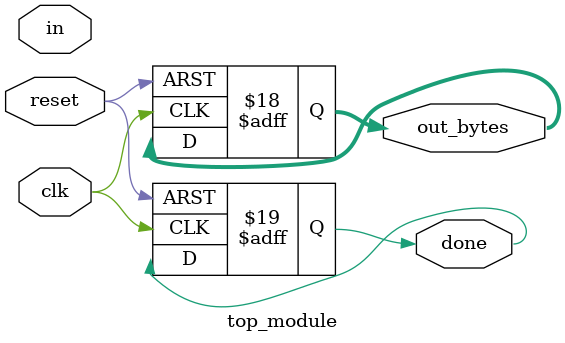
<source format=sv>
module top_module (
  input clk,
  input [7:0] in,
  input reset,
  output [23:0] out_bytes,
  output done
);

  reg [7:0] byte1;
  reg [7:0] byte2;
  reg [7:0] byte3;
  reg [7:0] buffer;

  reg state;

  always @(posedge clk or posedge reset) begin
    if (reset) begin
      state <= 0;
      byte1 <= 0;
      byte2 <= 0;
      byte3 <= 0;
      buffer <= 0;
      out_bytes <= 0;
      done <= 0;
    end else begin
      case (state)
        0: begin
          if (in[3]) begin
            byte1 <= in;
            state <= 1;
          end
        end
        1: begin
          byte2 <= in;
          state <= 2;
        end
        2: begin
          byte3 <= in;
          state <= 3;
        end
        3: begin
          buffer <= byte1;
          buffer <= buffer << 8;
          buffer <= buffer | byte2;
          buffer <= buffer << 8;
          buffer <= buffer | byte3;
          out_bytes <= buffer;
          done <= 1;
          state <= 0;
        end
      endcase
    end
  end

endmodule

</source>
